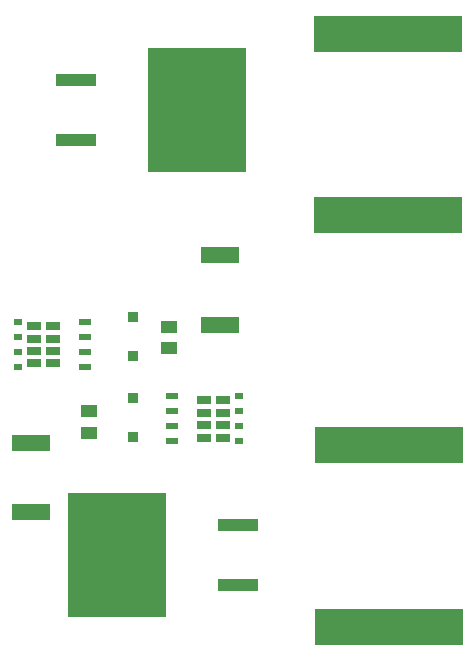
<source format=gtp>
G04*
G04 #@! TF.GenerationSoftware,Altium Limited,Altium Designer,23.0.1 (38)*
G04*
G04 Layer_Color=8421504*
%FSLAX44Y44*%
%MOMM*%
G71*
G04*
G04 #@! TF.SameCoordinates,A3EDC093-15D2-44AE-8FD2-E7B7E0E1842E*
G04*
G04*
G04 #@! TF.FilePolarity,Positive*
G04*
G01*
G75*
%ADD14R,1.2940X0.7460*%
%ADD15R,0.7660X0.5080*%
%ADD16R,1.0720X0.5620*%
%ADD17R,3.5040X1.0160*%
%ADD18R,8.3800X10.4900*%
%ADD19R,12.5000X3.1500*%
%ADD20R,3.3082X1.3549*%
%ADD21R,1.3500X1.0000*%
%ADD22R,0.8500X0.8500*%
D14*
X1497860Y518980D02*
D03*
X1497860Y529440D02*
D03*
X1497860Y539900D02*
D03*
X1497860Y550360D02*
D03*
X1514300Y518980D02*
D03*
X1514300Y529440D02*
D03*
X1514300Y539900D02*
D03*
X1514300Y550360D02*
D03*
X1370255Y613225D02*
D03*
Y602765D02*
D03*
Y592305D02*
D03*
Y581845D02*
D03*
X1353815Y613225D02*
D03*
Y602765D02*
D03*
Y592305D02*
D03*
Y581845D02*
D03*
D15*
X1527460Y515620D02*
D03*
Y528320D02*
D03*
Y541020D02*
D03*
Y553720D02*
D03*
X1340655Y616585D02*
D03*
Y603885D02*
D03*
Y591185D02*
D03*
Y578485D02*
D03*
D16*
X1470790Y515620D02*
D03*
Y528320D02*
D03*
Y541020D02*
D03*
Y553720D02*
D03*
X1397325Y616585D02*
D03*
Y603885D02*
D03*
Y591185D02*
D03*
Y578485D02*
D03*
D17*
X1389380Y821690D02*
D03*
Y770890D02*
D03*
X1526540Y393700D02*
D03*
Y444500D02*
D03*
D18*
X1491880Y796290D02*
D03*
X1424040Y419100D02*
D03*
D19*
X1653540Y707390D02*
D03*
Y860890D02*
D03*
X1654810Y512360D02*
D03*
Y358860D02*
D03*
D20*
X1511300Y614633D02*
D03*
Y673147D02*
D03*
X1351280Y514397D02*
D03*
Y455883D02*
D03*
D21*
X1468120Y594360D02*
D03*
Y612360D02*
D03*
X1400810Y541130D02*
D03*
Y523130D02*
D03*
D22*
X1437640Y519190D02*
D03*
Y552690D02*
D03*
Y621270D02*
D03*
Y587770D02*
D03*
M02*

</source>
